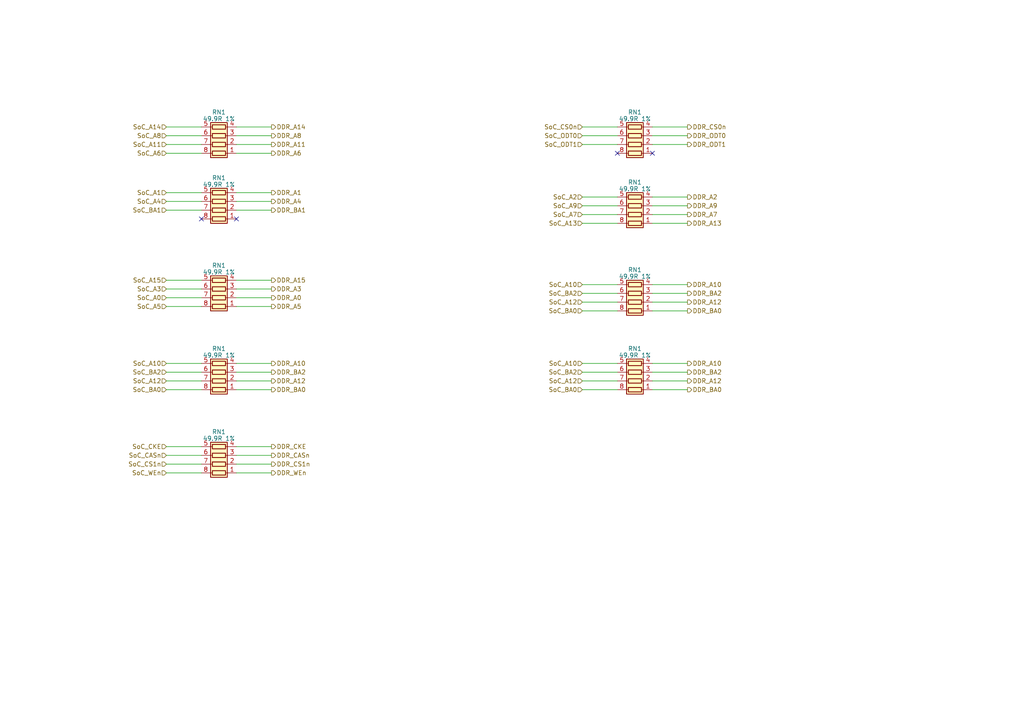
<source format=kicad_sch>
(kicad_sch (version 20230121) (generator eeschema)
  (paper "A4")
  (lib_symbols
    (symbol "Device:R_Pack04" (pin_names (offset 0) hide)
      (property "Reference" "RN" (at -7.62 0 90))
      (property "Value" "R_Pack04" (at 5.08 0 90))
      (symbol "R_Pack04_0_1"
        (rectangle (start -6.35 -2.413) (end 3.81 2.413) (stroke (width 0.254)) (fill (type background)))
        (rectangle (start -5.715 1.905) (end -4.445 -1.905) (stroke (width 0.254)))
        (rectangle (start -3.175 1.905) (end -1.905 -1.905) (stroke (width 0.254)))
        (rectangle (start -0.635 1.905) (end 0.635 -1.905) (stroke (width 0.254)))
        (polyline (pts (xy -5.08 -2.54) (xy -5.08 -1.905)))
        (polyline (pts (xy -5.08 1.905) (xy -5.08 2.54)))
        (polyline (pts (xy -2.54 -2.54) (xy -2.54 -1.905)))
        (polyline (pts (xy -2.54 1.905) (xy -2.54 2.54)))
        (polyline (pts (xy 0 -2.54) (xy 0 -1.905)))
        (polyline (pts (xy 0 1.905) (xy 0 2.54)))
        (polyline (pts (xy 2.54 -2.54) (xy 2.54 -1.905)))
        (polyline (pts (xy 2.54 1.905) (xy 2.54 2.54)))
        (rectangle (start 1.905 1.905) (end 3.175 -1.905) (stroke (width 0.254)))
      )
      (symbol "R_Pack04_1_1"
        (pin passive line (at -5.08 -5.08 90) (length 2.54) (name "R1.1") (number "1"))
        (pin passive line (at -2.54 -5.08 90) (length 2.54) (name "R2.1") (number "2"))
        (pin passive line (at 0 -5.08 90) (length 2.54) (name "R3.1") (number "3"))
        (pin passive line (at 2.54 -5.08 90) (length 2.54) (name "R4.1") (number "4"))
        (pin passive line (at 2.54 5.08 270) (length 2.54) (name "R4.2") (number "5"))
        (pin passive line (at 0 5.08 270) (length 2.54) (name "R3.2") (number "6"))
        (pin passive line (at -2.54 5.08 270) (length 2.54) (name "R2.2") (number "7"))
        (pin passive line (at -5.08 5.08 270) (length 2.54) (name "R1.2") (number "8"))
      )
    )
  )
  (no_connect (at 179.07 44.45))
  (no_connect (at 68.58 63.5))
  (no_connect (at 58.42 63.5))
  (no_connect (at 189.23 44.45))
  (wire (pts (xy 48.26 55.88) (xy 58.42 55.88)))
  (wire (pts (xy 68.58 129.54) (xy 78.74 129.54)))
  (wire (pts (xy 168.91 85.09) (xy 179.07 85.09)))
  (wire (pts (xy 48.26 134.62) (xy 58.42 134.62)))
  (wire (pts (xy 189.23 39.37) (xy 199.39 39.37)))
  (wire (pts (xy 68.58 137.16) (xy 78.74 137.16)))
  (wire (pts (xy 168.91 64.77) (xy 179.07 64.77)))
  (wire (pts (xy 68.58 60.96) (xy 78.74 60.96)))
  (wire (pts (xy 48.26 86.36) (xy 58.42 86.36)))
  (wire (pts (xy 48.26 113.03) (xy 58.42 113.03)))
  (wire (pts (xy 168.91 87.63) (xy 179.07 87.63)))
  (wire (pts (xy 189.23 90.17) (xy 199.39 90.17)))
  (wire (pts (xy 68.58 88.9) (xy 78.74 88.9)))
  (wire (pts (xy 68.58 105.41) (xy 78.74 105.41)))
  (wire (pts (xy 168.91 41.91) (xy 179.07 41.91)))
  (wire (pts (xy 189.23 113.03) (xy 199.39 113.03)))
  (wire (pts (xy 189.23 36.83) (xy 199.39 36.83)))
  (wire (pts (xy 48.26 36.83) (xy 58.42 36.83)))
  (wire (pts (xy 68.58 83.82) (xy 78.74 83.82)))
  (wire (pts (xy 68.58 39.37) (xy 78.74 39.37)))
  (wire (pts (xy 68.58 55.88) (xy 78.74 55.88)))
  (wire (pts (xy 189.23 59.69) (xy 199.39 59.69)))
  (wire (pts (xy 48.26 41.91) (xy 58.42 41.91)))
  (wire (pts (xy 48.26 83.82) (xy 58.42 83.82)))
  (wire (pts (xy 68.58 110.49) (xy 78.74 110.49)))
  (wire (pts (xy 168.91 82.55) (xy 179.07 82.55)))
  (wire (pts (xy 189.23 57.15) (xy 199.39 57.15)))
  (wire (pts (xy 168.91 110.49) (xy 179.07 110.49)))
  (wire (pts (xy 189.23 107.95) (xy 199.39 107.95)))
  (wire (pts (xy 48.26 88.9) (xy 58.42 88.9)))
  (wire (pts (xy 68.58 44.45) (xy 78.74 44.45)))
  (wire (pts (xy 189.23 105.41) (xy 199.39 105.41)))
  (wire (pts (xy 168.91 90.17) (xy 179.07 90.17)))
  (wire (pts (xy 68.58 107.95) (xy 78.74 107.95)))
  (wire (pts (xy 168.91 36.83) (xy 179.07 36.83)))
  (wire (pts (xy 168.91 57.15) (xy 179.07 57.15)))
  (wire (pts (xy 168.91 59.69) (xy 179.07 59.69)))
  (wire (pts (xy 48.26 105.41) (xy 58.42 105.41)))
  (wire (pts (xy 168.91 105.41) (xy 179.07 105.41)))
  (wire (pts (xy 68.58 113.03) (xy 78.74 113.03)))
  (wire (pts (xy 68.58 81.28) (xy 78.74 81.28)))
  (wire (pts (xy 189.23 87.63) (xy 199.39 87.63)))
  (wire (pts (xy 48.26 44.45) (xy 58.42 44.45)))
  (wire (pts (xy 189.23 82.55) (xy 199.39 82.55)))
  (wire (pts (xy 48.26 60.96) (xy 58.42 60.96)))
  (wire (pts (xy 48.26 58.42) (xy 58.42 58.42)))
  (wire (pts (xy 189.23 62.23) (xy 199.39 62.23)))
  (wire (pts (xy 48.26 132.08) (xy 58.42 132.08)))
  (wire (pts (xy 189.23 85.09) (xy 199.39 85.09)))
  (wire (pts (xy 48.26 39.37) (xy 58.42 39.37)))
  (wire (pts (xy 68.58 132.08) (xy 78.74 132.08)))
  (wire (pts (xy 68.58 86.36) (xy 78.74 86.36)))
  (wire (pts (xy 168.91 113.03) (xy 179.07 113.03)))
  (wire (pts (xy 48.26 110.49) (xy 58.42 110.49)))
  (wire (pts (xy 68.58 36.83) (xy 78.74 36.83)))
  (wire (pts (xy 48.26 81.28) (xy 58.42 81.28)))
  (wire (pts (xy 48.26 129.54) (xy 58.42 129.54)))
  (wire (pts (xy 48.26 107.95) (xy 58.42 107.95)))
  (wire (pts (xy 68.58 41.91) (xy 78.74 41.91)))
  (wire (pts (xy 68.58 134.62) (xy 78.74 134.62)))
  (wire (pts (xy 168.91 62.23) (xy 179.07 62.23)))
  (wire (pts (xy 189.23 41.91) (xy 199.39 41.91)))
  (wire (pts (xy 168.91 107.95) (xy 179.07 107.95)))
  (wire (pts (xy 168.91 39.37) (xy 179.07 39.37)))
  (wire (pts (xy 189.23 64.77) (xy 199.39 64.77)))
  (wire (pts (xy 68.58 58.42) (xy 78.74 58.42)))
  (wire (pts (xy 189.23 110.49) (xy 199.39 110.49)))
  (wire (pts (xy 48.26 137.16) (xy 58.42 137.16)))
  (hierarchical_label "DDR_A7" (shape output) (at 199.39 62.23 0))
  (hierarchical_label "DDR_A11" (shape output) (at 78.74 41.91 0))
  (hierarchical_label "DDR_BA2" (shape output) (at 199.39 107.95 0))
  (hierarchical_label "DDR_A6" (shape output) (at 78.74 44.45 0))
  (hierarchical_label "SoC_A10" (shape input) (at 48.26 105.41 180))
  (hierarchical_label "DDR_ODT1" (shape output) (at 199.39 41.91 0))
  (hierarchical_label "SoC_A1" (shape input) (at 48.26 55.88 180))
  (hierarchical_label "DDR_A8" (shape output) (at 78.74 39.37 0))
  (hierarchical_label "SoC_A7" (shape input) (at 168.91 62.23 180))
  (hierarchical_label "DDR_BA2" (shape output) (at 199.39 85.09 0))
  (hierarchical_label "SoC_A2" (shape input) (at 168.91 57.15 180))
  (hierarchical_label "SoC_BA0" (shape input) (at 168.91 113.03 180))
  (hierarchical_label "SoC_BA2" (shape input) (at 168.91 107.95 180))
  (hierarchical_label "DDR_BA0" (shape output) (at 78.74 113.03 0))
  (hierarchical_label "SoC_A13" (shape input) (at 168.91 64.77 180))
  (hierarchical_label "DDR_A15" (shape output) (at 78.74 81.28 0))
  (hierarchical_label "DDR_A1" (shape output) (at 78.74 55.88 0))
  (hierarchical_label "DDR_A10" (shape output) (at 78.74 105.41 0))
  (hierarchical_label "DDR_A12" (shape output) (at 199.39 87.63 0))
  (hierarchical_label "DDR_ODT0" (shape output) (at 199.39 39.37 0))
  (hierarchical_label "SoC_CS0n" (shape input) (at 168.91 36.83 180))
  (hierarchical_label "SoC_CASn" (shape input) (at 48.26 132.08 180))
  (hierarchical_label "DDR_CKE" (shape output) (at 78.74 129.54 0))
  (hierarchical_label "SoC_A10" (shape input) (at 168.91 82.55 180))
  (hierarchical_label "DDR_CS0n" (shape output) (at 199.39 36.83 0))
  (hierarchical_label "SoC_A12" (shape input) (at 168.91 110.49 180))
  (hierarchical_label "SoC_A10" (shape input) (at 168.91 105.41 180))
  (hierarchical_label "SoC_A6" (shape input) (at 48.26 44.45 180))
  (hierarchical_label "SoC_A12" (shape input) (at 168.91 87.63 180))
  (hierarchical_label "SoC_BA0" (shape input) (at 48.26 113.03 180))
  (hierarchical_label "SoC_A15" (shape input) (at 48.26 81.28 180))
  (hierarchical_label "DDR_A5" (shape output) (at 78.74 88.9 0))
  (hierarchical_label "SoC_A3" (shape input) (at 48.26 83.82 180))
  (hierarchical_label "SoC_ODT1" (shape input) (at 168.91 41.91 180))
  (hierarchical_label "DDR_A13" (shape output) (at 199.39 64.77 0))
  (hierarchical_label "DDR_A3" (shape output) (at 78.74 83.82 0))
  (hierarchical_label "DDR_A2" (shape output) (at 199.39 57.15 0))
  (hierarchical_label "SoC_ODT0" (shape input) (at 168.91 39.37 180))
  (hierarchical_label "DDR_CS1n" (shape output) (at 78.74 134.62 0))
  (hierarchical_label "DDR_A14" (shape output) (at 78.74 36.83 0))
  (hierarchical_label "DDR_CASn" (shape output) (at 78.74 132.08 0))
  (hierarchical_label "DDR_BA0" (shape output) (at 199.39 90.17 0))
  (hierarchical_label "SoC_A9" (shape input) (at 168.91 59.69 180))
  (hierarchical_label "DDR_A12" (shape output) (at 78.74 110.49 0))
  (hierarchical_label "SoC_A11" (shape input) (at 48.26 41.91 180))
  (hierarchical_label "SoC_A5" (shape input) (at 48.26 88.9 180))
  (hierarchical_label "DDR_BA1" (shape output) (at 78.74 60.96 0))
  (hierarchical_label "SoC_A12" (shape input) (at 48.26 110.49 180))
  (hierarchical_label "DDR_A10" (shape output) (at 199.39 105.41 0))
  (hierarchical_label "SoC_BA1" (shape input) (at 48.26 60.96 180))
  (hierarchical_label "SoC_BA0" (shape input) (at 168.91 90.17 180))
  (hierarchical_label "DDR_WEn" (shape output) (at 78.74 137.16 0))
  (hierarchical_label "SoC_BA2" (shape input) (at 168.91 85.09 180))
  (hierarchical_label "SoC_CS1n" (shape input) (at 48.26 134.62 180))
  (hierarchical_label "SoC_A14" (shape input) (at 48.26 36.83 180))
  (hierarchical_label "DDR_A10" (shape output) (at 199.39 82.55 0))
  (hierarchical_label "SoC_A0" (shape input) (at 48.26 86.36 180))
  (hierarchical_label "DDR_A9" (shape output) (at 199.39 59.69 0))
  (hierarchical_label "DDR_A12" (shape output) (at 199.39 110.49 0))
  (hierarchical_label "DDR_A0" (shape output) (at 78.74 86.36 0))
  (hierarchical_label "DDR_A4" (shape output) (at 78.74 58.42 0))
  (hierarchical_label "SoC_A4" (shape input) (at 48.26 58.42 180))
  (hierarchical_label "SoC_WEn" (shape input) (at 48.26 137.16 180))
  (hierarchical_label "SoC_BA2" (shape input) (at 48.26 107.95 180))
  (hierarchical_label "DDR_BA0" (shape output) (at 199.39 113.03 0))
  (hierarchical_label "DDR_BA2" (shape output) (at 78.74 107.95 0))
  (hierarchical_label "SoC_A8" (shape input) (at 48.26 39.37 180))
  (hierarchical_label "SoC_CKE" (shape input) (at 48.26 129.54 180))
  (symbol (lib_id "Device:R_Pack04") (at 184.15 107.95 90) (unit 1)
    (property "Reference" "RN1" (at 184.15 101.1301 90))
    (property "Value" "49.9R 1%" (at 184.15 103.0511 90))
    (property "Footprint" "Resistor_SMD:R_Array_Convex_4x0402" (effects hide))
    (instances (project "leaf" (path "" (reference "RN1") (unit 1)) (path "" (reference "RN8") (unit 1))))
  )
  (symbol (lib_id "Device:R_Pack04") (at 184.15 85.09 90) (unit 1)
    (property "Reference" "RN1" (at 184.15 78.2701 90))
    (property "Value" "49.9R 1%" (at 184.15 80.1911 90))
    (property "Footprint" "Resistor_SMD:R_Array_Convex_4x0402" (effects hide))
    (instances (project "leaf" (path "" (reference "RN1") (unit 1)) (path "" (reference "RN6") (unit 1))))
  )
  (symbol (lib_id "Device:R_Pack04") (at 63.5 132.08 90) (unit 1)
    (property "Reference" "RN1" (at 63.5 125.2601 90))
    (property "Value" "49.9R 1%" (at 63.5 127.1811 90))
    (property "Footprint" "Resistor_SMD:R_Array_Convex_4x0402" (effects hide))
    (instances (project "leaf" (path "" (reference "RN1") (unit 1)) (path "" (reference "RN9") (unit 1))))
  )
  (symbol (lib_id "Device:R_Pack04") (at 184.15 59.69 90) (unit 1)
    (property "Reference" "RN1" (at 184.15 52.8701 90))
    (property "Value" "49.9R 1%" (at 184.15 54.7911 90))
    (property "Footprint" "Resistor_SMD:R_Array_Convex_4x0402" (effects hide))
    (instances (project "leaf" (path "" (reference "RN1") (unit 1)) (path "" (reference "RN4") (unit 1))))
  )
  (symbol (lib_id "Device:R_Pack04") (at 63.5 107.95 90) (unit 1)
    (property "Reference" "RN1" (at 63.5 101.1301 90))
    (property "Value" "49.9R 1%" (at 63.5 103.0511 90))
    (property "Footprint" "Resistor_SMD:R_Array_Convex_4x0402" (effects hide))
    (instances (project "leaf" (path "" (reference "RN1") (unit 1)) (path "" (reference "RN7") (unit 1))))
  )
  (symbol (lib_id "Device:R_Pack04") (at 63.5 83.82 90) (unit 1)
    (property "Reference" "RN1" (at 63.5 77.0001 90))
    (property "Value" "49.9R 1%" (at 63.5 78.9211 90))
    (property "Footprint" "Resistor_SMD:R_Array_Convex_4x0402" (effects hide))
    (instances (project "leaf" (path "" (reference "RN1") (unit 1)) (path "" (reference "RN5") (unit 1))))
  )
  (symbol (lib_id "Device:R_Pack04") (at 63.5 58.42 90) (unit 1)
    (property "Reference" "RN1" (at 63.5 51.6001 90))
    (property "Value" "49.9R 1%" (at 63.5 53.5211 90))
    (property "Footprint" "Resistor_SMD:R_Array_Convex_4x0402" (effects hide))
    (instances (project "leaf" (path "" (reference "RN1") (unit 1)) (path "" (reference "RN2") (unit 1))))
  )
  (symbol (lib_id "Device:R_Pack04") (at 184.15 39.37 90) (unit 1)
    (property "Reference" "RN1" (at 184.15 32.5501 90))
    (property "Value" "49.9R 1%" (at 184.15 34.4711 90))
    (property "Footprint" "Resistor_SMD:R_Array_Convex_4x0402" (effects hide))
    (instances (project "leaf" (path "" (reference "RN1") (unit 1)) (path "" (reference "RN3") (unit 1))))
  )
  (symbol (lib_id "Device:R_Pack04") (at 63.5 39.37 90) (unit 1)
    (property "Reference" "RN1" (at 63.5 32.5501 90))
    (property "Value" "49.9R 1%" (at 63.5 34.4711 90))
    (property "Footprint" "Resistor_SMD:R_Array_Convex_4x0402" (effects hide))
  )
)
</source>
